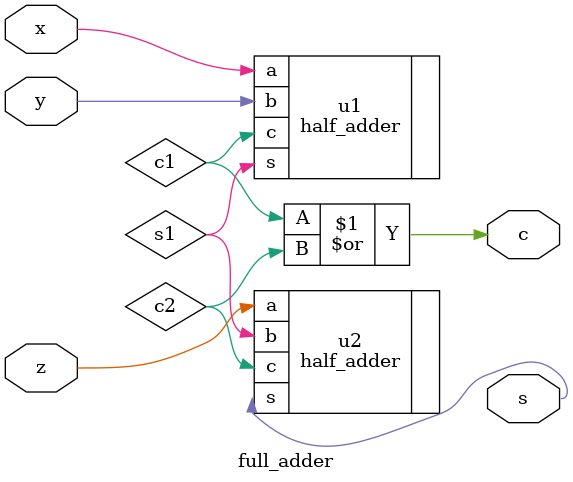
<source format=v>
`timescale 1ns / 1ps

module full_adder(
input x,y,z,
output c,s
    );
   wire s1,c1,c2;
 
 half_adder u1(.a(x),.b(y),.c(c1),.s(s1));  
 half_adder u2(.a(z),.b(s1),.c(c2),.s(s));  
 
 assign c= c1 | c2;
endmodule

</source>
